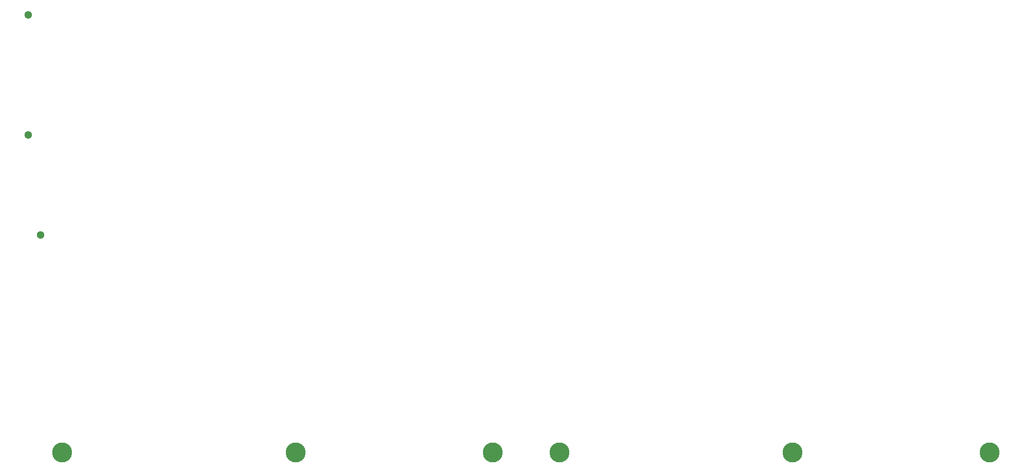
<source format=gbr>
%TF.GenerationSoftware,KiCad,Pcbnew,9.0.2*%
%TF.CreationDate,2025-06-04T19:47:47+07:00*%
%TF.ProjectId,VCU,5643552e-6b69-4636-9164-5f7063625858,rev?*%
%TF.SameCoordinates,Original*%
%TF.FileFunction,NonPlated,1,2,NPTH,Drill*%
%TF.FilePolarity,Positive*%
%FSLAX46Y46*%
G04 Gerber Fmt 4.6, Leading zero omitted, Abs format (unit mm)*
G04 Created by KiCad (PCBNEW 9.0.2) date 2025-06-04 19:47:47*
%MOMM*%
%LPD*%
G01*
G04 APERTURE LIST*
%TA.AperFunction,ComponentDrill*%
%ADD10C,1.300000*%
%TD*%
%TA.AperFunction,ComponentDrill*%
%ADD11C,3.300000*%
%TD*%
G04 APERTURE END LIST*
D10*
%TO.C,J9*%
X173910000Y-232775000D03*
%TO.C,J8*%
X173910000Y-252525000D03*
%TO.C,J10*%
X175885000Y-269075000D03*
D11*
%TO.C,J1*%
X179500000Y-305000000D03*
X218000000Y-305000000D03*
X250500000Y-305000000D03*
%TO.C,J11*%
X261500000Y-305000000D03*
X300000000Y-305000000D03*
X332500000Y-305000000D03*
M02*

</source>
